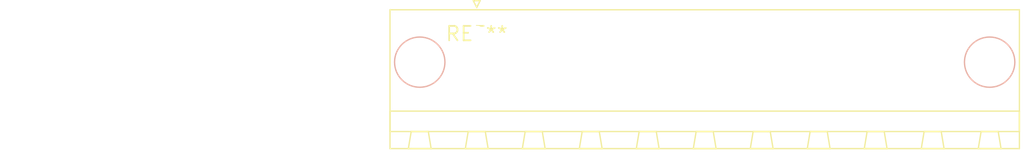
<source format=kicad_pcb>
(kicad_pcb (version 20240108) (generator pcbnew)
  (layers (0 "F.Cu" signal) (31 "B.Cu" signal) (34 "B.Paste" user) (35 "F.Paste" user) (36 "B.SilkS" user "B.Silkscreen") (37 "F.SilkS" user "F.Silkscreen") (38 "B.Mask" user) (39 "F.Mask" user) (44 "Edge.Cuts" user))
  (net 0 "")
  (footprint "PhoenixContact_MSTB_2,5_9-GF_1x09_P5.00mm_Horizontal_ThreadedFlange_MountHole" (layer "F.Cu") (at 0 0)
    (property "Reference" "REF**")
    (property "Value" "PhoenixContact_MSTB_2,5_9-GF_1x09_P5.00mm_Horizontal_ThreadedFlange_MountHole")
    (fp_circle (center -5 2.5) (end -2.79 2.5) (layer "B.SilkS") (stroke (width 0.12)) (fill none))
    (fp_circle (center 45 2.5) (end 47.21 2.5) (layer "B.SilkS") (stroke (width 0.12)) (fill none))
    (fp_line (start -7.61 -2.11) (end -7.61 10.11) (layer "F.SilkS") (stroke (width 0.12)))
    (fp_line (start -7.61 6.81) (end 47.61 6.81) (layer "F.SilkS") (stroke (width 0.12)))
    (fp_line (start -7.61 8.61) (end -7.61 6.81) (layer "F.SilkS") (stroke (width 0.12)))
    (fp_line (start -7.61 10.11) (end 47.61 10.11) (layer "F.SilkS") (stroke (width 0.12)))
    (fp_line (start -6 10.11) (end -4 10.11) (layer "F.SilkS") (stroke (width 0.12)))
    (fp_line (start -5.75 8.61) (end -6 10.11) (layer "F.SilkS") (stroke (width 0.12)))
    (fp_line (start -4.25 8.61) (end -5.75 8.61) (layer "F.SilkS") (stroke (width 0.12)))
    (fp_line (start -4 10.11) (end -4.25 8.61) (layer "F.SilkS") (stroke (width 0.12)))
    (fp_line (start -1 10.11) (end 1 10.11) (layer "F.SilkS") (stroke (width 0.12)))
    (fp_line (start -0.75 8.61) (end -1 10.11) (layer "F.SilkS") (stroke (width 0.12)))
    (fp_line (start -0.3 -2.91) (end 0.3 -2.91) (layer "F.SilkS") (stroke (width 0.12)))
    (fp_line (start 0 -2.31) (end -0.3 -2.91) (layer "F.SilkS") (stroke (width 0.12)))
    (fp_line (start 0.3 -2.91) (end 0 -2.31) (layer "F.SilkS") (stroke (width 0.12)))
    (fp_line (start 0.75 8.61) (end -0.75 8.61) (layer "F.SilkS") (stroke (width 0.12)))
    (fp_line (start 1 10.11) (end 0.75 8.61) (layer "F.SilkS") (stroke (width 0.12)))
    (fp_line (start 4 10.11) (end 6 10.11) (layer "F.SilkS") (stroke (width 0.12)))
    (fp_line (start 4.25 8.61) (end 4 10.11) (layer "F.SilkS") (stroke (width 0.12)))
    (fp_line (start 5.75 8.61) (end 4.25 8.61) (layer "F.SilkS") (stroke (width 0.12)))
    (fp_line (start 6 10.11) (end 5.75 8.61) (layer "F.SilkS") (stroke (width 0.12)))
    (fp_line (start 9 10.11) (end 11 10.11) (layer "F.SilkS") (stroke (width 0.12)))
    (fp_line (start 9.25 8.61) (end 9 10.11) (layer "F.SilkS") (stroke (width 0.12)))
    (fp_line (start 10.75 8.61) (end 9.25 8.61) (layer "F.SilkS") (stroke (width 0.12)))
    (fp_line (start 11 10.11) (end 10.75 8.61) (layer "F.SilkS") (stroke (width 0.12)))
    (fp_line (start 14 10.11) (end 16 10.11) (layer "F.SilkS") (stroke (width 0.12)))
    (fp_line (start 14.25 8.61) (end 14 10.11) (layer "F.SilkS") (stroke (width 0.12)))
    (fp_line (start 15.75 8.61) (end 14.25 8.61) (layer "F.SilkS") (stroke (width 0.12)))
    (fp_line (start 16 10.11) (end 15.75 8.61) (layer "F.SilkS") (stroke (width 0.12)))
    (fp_line (start 19 10.11) (end 21 10.11) (layer "F.SilkS") (stroke (width 0.12)))
    (fp_line (start 19.25 8.61) (end 19 10.11) (layer "F.SilkS") (stroke (width 0.12)))
    (fp_line (start 20.75 8.61) (end 19.25 8.61) (layer "F.SilkS") (stroke (width 0.12)))
    (fp_line (start 21 10.11) (end 20.75 8.61) (layer "F.SilkS") (stroke (width 0.12)))
    (fp_line (start 24 10.11) (end 26 10.11) (layer "F.SilkS") (stroke (width 0.12)))
    (fp_line (start 24.25 8.61) (end 24 10.11) (layer "F.SilkS") (stroke (width 0.12)))
    (fp_line (start 25.75 8.61) (end 24.25 8.61) (layer "F.SilkS") (stroke (width 0.12)))
    (fp_line (start 26 10.11) (end 25.75 8.61) (layer "F.SilkS") (stroke (width 0.12)))
    (fp_line (start 29 10.11) (end 31 10.11) (layer "F.SilkS") (stroke (width 0.12)))
    (fp_line (start 29.25 8.61) (end 29 10.11) (layer "F.SilkS") (stroke (width 0.12)))
    (fp_line (start 30.75 8.61) (end 29.25 8.61) (layer "F.SilkS") (stroke (width 0.12)))
    (fp_line (start 31 10.11) (end 30.75 8.61) (layer "F.SilkS") (stroke (width 0.12)))
    (fp_line (start 34 10.11) (end 36 10.11) (layer "F.SilkS") (stroke (width 0.12)))
    (fp_line (start 34.25 8.61) (end 34 10.11) (layer "F.SilkS") (stroke (width 0.12)))
    (fp_line (start 35.75 8.61) (end 34.25 8.61) (layer "F.SilkS") (stroke (width 0.12)))
    (fp_line (start 36 10.11) (end 35.75 8.61) (layer "F.SilkS") (stroke (width 0.12)))
    (fp_line (start 39 10.11) (end 41 10.11) (layer "F.SilkS") (stroke (width 0.12)))
    (fp_line (start 39.25 8.61) (end 39 10.11) (layer "F.SilkS") (stroke (width 0.12)))
    (fp_line (start 40.75 8.61) (end 39.25 8.61) (layer "F.SilkS") (stroke (width 0.12)))
    (fp_line (start 41 10.11) (end 40.75 8.61) (layer "F.SilkS") (stroke (width 0.12)))
    (fp_line (start 44 10.11) (end 46 10.11) (layer "F.SilkS") (stroke (width 0.12)))
    (fp_line (start 44.25 8.61) (end 44 10.11) (layer "F.SilkS") (stroke (width 0.12)))
    (fp_line (start 45.75 8.61) (end 44.25 8.61) (layer "F.SilkS") (stroke (width 0.12)))
    (fp_line (start 46 10.11) (end 45.75 8.61) (layer "F.SilkS") (stroke (width 0.12)))
    (fp_line (start 47.61 -2.11) (end -7.61 -2.11) (layer "F.SilkS") (stroke (width 0.12)))
    (fp_line (start 47.61 6.81) (end 47.61 8.61) (layer "F.SilkS") (stroke (width 0.12)))
    (fp_line (start 47.61 8.61) (end -7.61 8.61) (layer "F.SilkS") (stroke (width 0.12)))
    (fp_line (start 47.61 10.11) (end 47.61 -2.11) (layer "F.SilkS") (stroke (width 0.12)))
    (pad "" np_thru_hole circle (at -5 2.5) (size 2.4 2.4) (drill 2.4) (layers *.Cu *.Mask))
    (pad "" np_thru_hole circle (at 45 2.5) (size 2.4 2.4) (drill 2.4) (layers *.Cu *.Mask))
    (pad "1" thru_hole roundrect (at 0 0) (size 2 3.6) (drill 1.4) (layers *.Cu *.Mask) (remove_unused_layers) (roundrect_rratio 0.125))
    (pad "2" thru_hole oval (at 5 0) (size 2 3.6) (drill 1.4) (layers *.Cu *.Mask) (remove_unused_layers))
    (pad "3" thru_hole oval (at 10 0) (size 2 3.6) (drill 1.4) (layers *.Cu *.Mask) (remove_unused_layers))
    (pad "4" thru_hole oval (at 15 0) (size 2 3.6) (drill 1.4) (layers *.Cu *.Mask) (remove_unused_layers))
    (pad "5" thru_hole oval (at 20 0) (size 2 3.6) (drill 1.4) (layers *.Cu *.Mask) (remove_unused_layers))
    (pad "6" thru_hole oval (at 25 0) (size 2 3.6) (drill 1.4) (layers *.Cu *.Mask) (remove_unused_layers))
    (pad "7" thru_hole oval (at 30 0) (size 2 3.6) (drill 1.4) (layers *.Cu *.Mask) (remove_unused_layers))
    (pad "8" thru_hole oval (at 35 0) (size 2 3.6) (drill 1.4) (layers *.Cu *.Mask) (remove_unused_layers))
    (pad "9" thru_hole oval (at 40 0) (size 2 3.6) (drill 1.4) (layers *.Cu *.Mask) (remove_unused_layers))
  )
)
</source>
